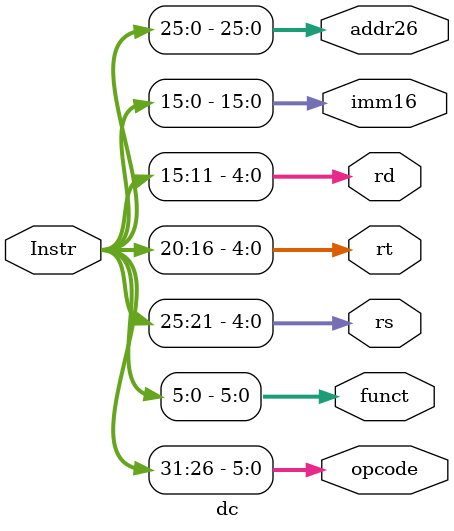
<source format=v>
`timescale 1ns / 1ps
module dc(
    input [31:0] Instr,
    output [5:0] opcode,
    output [5:0] funct,
    output [4:0] rs,
    output [4:0] rt,
    output [4:0] rd,
    output [15:0] imm16,
    output [25:0] addr26
    );
	 
	assign opcode = Instr[31:26];
	assign funct = Instr[5:0];
	assign rs = Instr[25:21];
	assign rt = Instr[20:16];
	assign rd = Instr[15:11];
	assign imm16 = Instr[15:0];
	assign addr26 = Instr[25:0];
	//ÒëÂë
	
endmodule

</source>
